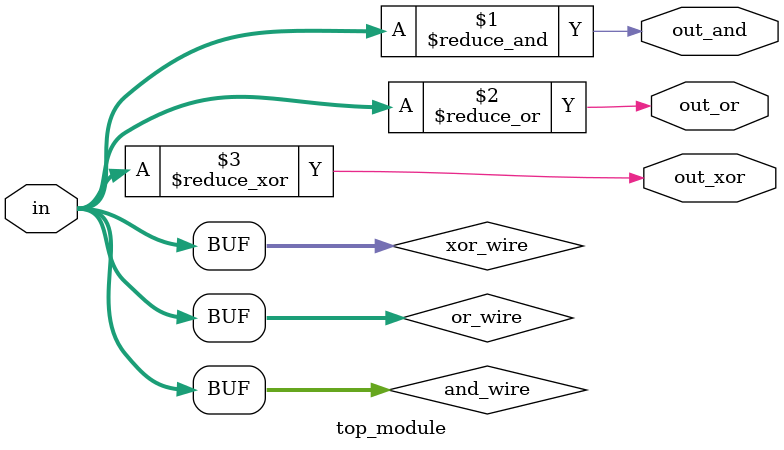
<source format=sv>
module top_module (
    input [99:0] in,
    output out_and,
    output out_or,
    output out_xor
);

wire [99:0] and_wire, or_wire, xor_wire;

genvar i;
generate
    for (i = 0; i < 100; i = i + 1) begin
        assign and_wire[i] = in[i];
        assign or_wire[i] = in[i];
        assign xor_wire[i] = in[i];
    end
endgenerate

assign out_and = &and_wire;
assign out_or = |or_wire;
assign out_xor = ^xor_wire;

endmodule

</source>
